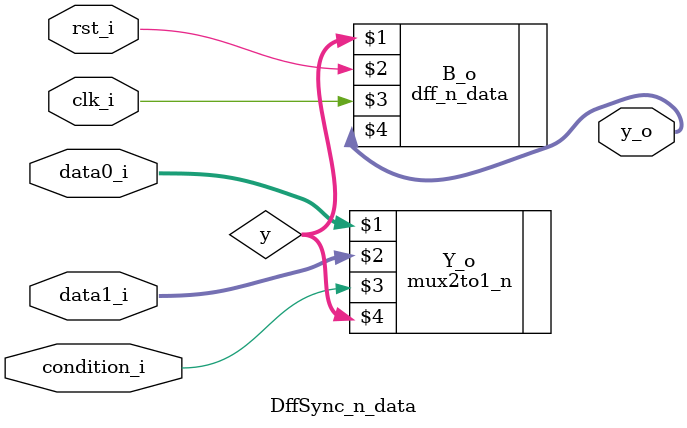
<source format=sv>
module DffSync_n_data#(parameter n=4,val='0)(data0_i,data1_i,condition_i,rst_i,clk_i,y_o);
input logic [n-1:0] data0_i,data1_i;
input logic rst_i,clk_i,condition_i;
output logic [n-1:0]y_o;
 logic [n-1:0]y;
   	mux2to1_n#(n) Y_o(data0_i,data1_i,condition_i,y);//setup
    dff_n_data#(n,val) B_o(y,rst_i,clk_i,y_o); 
endmodule:DffSync_n_data

</source>
